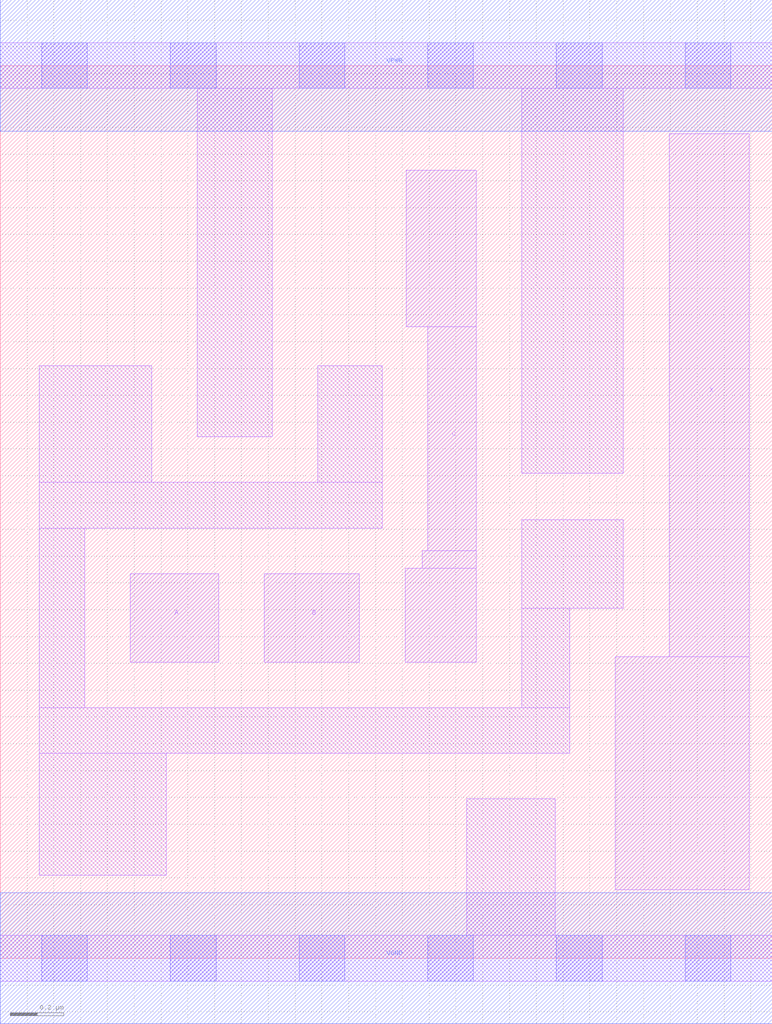
<source format=lef>
# Copyright 2020 The SkyWater PDK Authors
#
# Licensed under the Apache License, Version 2.0 (the "License");
# you may not use this file except in compliance with the License.
# You may obtain a copy of the License at
#
#     https://www.apache.org/licenses/LICENSE-2.0
#
# Unless required by applicable law or agreed to in writing, software
# distributed under the License is distributed on an "AS IS" BASIS,
# WITHOUT WARRANTIES OR CONDITIONS OF ANY KIND, either express or implied.
# See the License for the specific language governing permissions and
# limitations under the License.
#
# SPDX-License-Identifier: Apache-2.0

VERSION 5.7 ;
  NAMESCASESENSITIVE ON ;
  NOWIREEXTENSIONATPIN ON ;
  DIVIDERCHAR "/" ;
  BUSBITCHARS "[]" ;
UNITS
  DATABASE MICRONS 200 ;
END UNITS
MACRO sky130_fd_sc_lp__and3_1
  CLASS CORE ;
  SOURCE USER ;
  FOREIGN sky130_fd_sc_lp__and3_1 ;
  ORIGIN  0.000000  0.000000 ;
  SIZE  2.880000 BY  3.330000 ;
  SYMMETRY X Y R90 ;
  SITE unit ;
  PIN A
    ANTENNAGATEAREA  0.126000 ;
    DIRECTION INPUT ;
    USE SIGNAL ;
    PORT
      LAYER li1 ;
        RECT 0.485000 1.105000 0.815000 1.435000 ;
    END
  END A
  PIN B
    ANTENNAGATEAREA  0.126000 ;
    DIRECTION INPUT ;
    USE SIGNAL ;
    PORT
      LAYER li1 ;
        RECT 0.985000 1.105000 1.340000 1.435000 ;
    END
  END B
  PIN C
    ANTENNAGATEAREA  0.126000 ;
    DIRECTION INPUT ;
    USE SIGNAL ;
    PORT
      LAYER li1 ;
        RECT 1.510000 1.105000 1.775000 1.455000 ;
        RECT 1.515000 2.355000 1.775000 2.940000 ;
        RECT 1.575000 1.455000 1.775000 1.520000 ;
        RECT 1.595000 1.520000 1.775000 2.355000 ;
    END
  END C
  PIN X
    ANTENNADIFFAREA  0.556500 ;
    DIRECTION OUTPUT ;
    USE SIGNAL ;
    PORT
      LAYER li1 ;
        RECT 2.295000 0.255000 2.795000 1.125000 ;
        RECT 2.495000 1.125000 2.795000 3.075000 ;
    END
  END X
  PIN VGND
    DIRECTION INOUT ;
    USE GROUND ;
    PORT
      LAYER met1 ;
        RECT 0.000000 -0.245000 2.880000 0.245000 ;
    END
  END VGND
  PIN VPWR
    DIRECTION INOUT ;
    USE POWER ;
    PORT
      LAYER met1 ;
        RECT 0.000000 3.085000 2.880000 3.575000 ;
    END
  END VPWR
  OBS
    LAYER li1 ;
      RECT 0.000000 -0.085000 2.880000 0.085000 ;
      RECT 0.000000  3.245000 2.880000 3.415000 ;
      RECT 0.145000  0.310000 0.620000 0.765000 ;
      RECT 0.145000  0.765000 2.125000 0.935000 ;
      RECT 0.145000  0.935000 0.315000 1.605000 ;
      RECT 0.145000  1.605000 1.425000 1.775000 ;
      RECT 0.145000  1.775000 0.565000 2.210000 ;
      RECT 0.735000  1.945000 1.015000 3.245000 ;
      RECT 1.185000  1.775000 1.425000 2.210000 ;
      RECT 1.740000  0.085000 2.070000 0.595000 ;
      RECT 1.945000  0.935000 2.125000 1.305000 ;
      RECT 1.945000  1.305000 2.325000 1.635000 ;
      RECT 1.945000  1.810000 2.325000 3.245000 ;
    LAYER mcon ;
      RECT 0.155000 -0.085000 0.325000 0.085000 ;
      RECT 0.155000  3.245000 0.325000 3.415000 ;
      RECT 0.635000 -0.085000 0.805000 0.085000 ;
      RECT 0.635000  3.245000 0.805000 3.415000 ;
      RECT 1.115000 -0.085000 1.285000 0.085000 ;
      RECT 1.115000  3.245000 1.285000 3.415000 ;
      RECT 1.595000 -0.085000 1.765000 0.085000 ;
      RECT 1.595000  3.245000 1.765000 3.415000 ;
      RECT 2.075000 -0.085000 2.245000 0.085000 ;
      RECT 2.075000  3.245000 2.245000 3.415000 ;
      RECT 2.555000 -0.085000 2.725000 0.085000 ;
      RECT 2.555000  3.245000 2.725000 3.415000 ;
  END
END sky130_fd_sc_lp__and3_1

</source>
